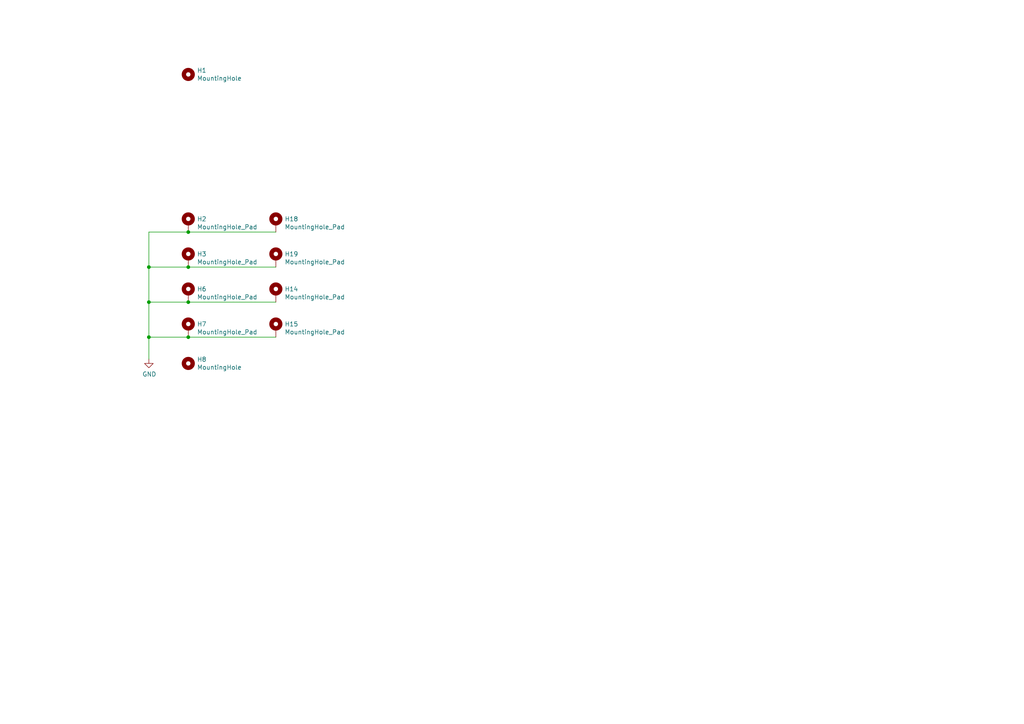
<source format=kicad_sch>
(kicad_sch (version 20231120) (generator "eeschema") (generator_version "8.0")
  (paper "A4")
  (lib_symbols
    (symbol "Mechanical:MountingHole" (pin_names (offset 1.016))
      (property "Reference" "H" (at 0 5.08 0))
      (property "Value" "MountingHole" (at 0 3.175 0))
      (symbol "MountingHole_0_1"
        (circle (center 0 0) (radius 1.27) (stroke (width 1.27)))
      )
    )
    (symbol "Mechanical:MountingHole_Pad" (pin_numbers hide) (pin_names (offset 1.016) hide)
      (property "Reference" "H" (at 0 6.35 0))
      (property "Value" "MountingHole_Pad" (at 0 4.445 0))
      (symbol "MountingHole_Pad_0_1"
        (circle (center 0 1.27) (radius 1.27) (stroke (width 1.27)))
      )
      (symbol "MountingHole_Pad_1_1"
        (pin input line (at 0 -2.54 90) (length 2.54) (name "1") (number "1"))
      )
    )
    (symbol "power:GND" (power) (pin_names (offset 0))
      (property "Value" "GND" (at 0 -3.81 0))
      (symbol "GND_0_1"
        (polyline (pts (xy 0 0) (xy 0 -1.27) (xy 1.27 -1.27) (xy 0 -2.54) (xy -1.27 -1.27) (xy 0 -1.27)))
      )
      (symbol "GND_1_1"
        (pin power_in line (at 0 0 270) (length 0) hide (name "GND") (number "1"))
      )
    )
  )
  (junction (at 54.61 87.63))
  (junction (at 43.18 97.79))
  (junction (at 54.61 97.79))
  (junction (at 43.18 87.63))
  (junction (at 54.61 67.31))
  (junction (at 54.61 77.47))
  (junction (at 43.18 77.47))
  (wire (pts (xy 80.01 67.31) (xy 54.61 67.31)))
  (wire (pts (xy 54.61 67.31) (xy 43.18 67.31)))
  (wire (pts (xy 80.01 87.63) (xy 54.61 87.63)))
  (wire (pts (xy 80.01 97.79) (xy 54.61 97.79)))
  (wire (pts (xy 43.18 97.79) (xy 43.18 87.63)))
  (wire (pts (xy 43.18 67.31) (xy 43.18 77.47)))
  (wire (pts (xy 43.18 104.14) (xy 43.18 97.79)))
  (wire (pts (xy 54.61 97.79) (xy 43.18 97.79)))
  (wire (pts (xy 54.61 87.63) (xy 43.18 87.63)))
  (wire (pts (xy 80.01 77.47) (xy 54.61 77.47)))
  (wire (pts (xy 54.61 77.47) (xy 43.18 77.47)))
  (wire (pts (xy 43.18 77.47) (xy 43.18 87.63)))
  (symbol (lib_id "Mechanical:MountingHole_Pad") (at 54.61 85.09 0) (unit 1)
    (property "Reference" "H6" (at 57.15 83.8454 0) (effects (justify left)))
    (property "Value" "MountingHole_Pad" (at 57.15 86.1568 0) (effects (justify left)))
    (property "Footprint" "footprints:Mount_Hole_Thonk" (effects (hide yes)))
  )
  (symbol (lib_id "Mechanical:MountingHole_Pad") (at 54.61 95.25 0) (unit 1)
    (property "Reference" "H7" (at 57.15 94.0054 0) (effects (justify left)))
    (property "Value" "MountingHole_Pad" (at 57.15 96.3168 0) (effects (justify left)))
    (property "Footprint" "footprints:Mount_Hole_Thonk" (effects (hide yes)))
  )
  (symbol (lib_id "Mechanical:MountingHole_Pad") (at 80.01 85.09 0) (unit 1)
    (property "Reference" "H14" (at 82.55 83.8454 0) (effects (justify left)))
    (property "Value" "MountingHole_Pad" (at 82.55 86.1568 0) (effects (justify left)))
    (property "Footprint" "footprints:Mount_Hole_Thonk" (effects (hide yes)))
  )
  (symbol (lib_id "Mechanical:MountingHole_Pad") (at 80.01 95.25 0) (unit 1)
    (property "Reference" "H15" (at 82.55 94.0054 0) (effects (justify left)))
    (property "Value" "MountingHole_Pad" (at 82.55 96.3168 0) (effects (justify left)))
    (property "Footprint" "footprints:Mount_Hole_Thonk" (effects (hide yes)))
  )
  (symbol (lib_id "Mechanical:MountingHole_Pad") (at 80.01 64.77 0) (unit 1)
    (property "Reference" "H18" (at 82.55 63.5254 0) (effects (justify left)))
    (property "Value" "MountingHole_Pad" (at 82.55 65.8368 0) (effects (justify left)))
    (property "Footprint" "footprints:Mount_Hole_Thonk" (effects (hide yes)))
  )
  (symbol (lib_id "Mechanical:MountingHole_Pad") (at 80.01 74.93 0) (unit 1)
    (property "Reference" "H19" (at 82.55 73.6854 0) (effects (justify left)))
    (property "Value" "MountingHole_Pad" (at 82.55 75.9968 0) (effects (justify left)))
    (property "Footprint" "footprints:Mount_Hole_Thonk" (effects (hide yes)))
  )
  (symbol (lib_id "power:GND") (at 43.18 104.14 0) (unit 1)
    (property "Reference" "#PWR0101" (effects (hide yes)))
    (property "Value" "GND" (at 43.307 108.5342 0))
  )
  (symbol (lib_id "Mechanical:MountingHole") (at 54.61 105.41 0) (unit 1)
    (property "Reference" "H8" (at 57.15 104.2416 0) (effects (justify left)))
    (property "Value" "MountingHole" (at 57.15 106.553 0) (effects (justify left)))
    (property "Footprint" "footprints:Mount_Hole_Euro_Rack" (effects (hide yes)))
  )
  (symbol (lib_id "Mechanical:MountingHole") (at 54.61 21.59 0) (unit 1)
    (property "Reference" "H1" (at 57.15 20.4216 0) (effects (justify left)))
    (property "Value" "MountingHole" (at 57.15 22.733 0) (effects (justify left)))
    (property "Footprint" "footprints:Mount_Hole_Euro_Rack" (effects (hide yes)))
  )
  (symbol (lib_id "Mechanical:MountingHole_Pad") (at 54.61 64.77 0) (unit 1)
    (property "Reference" "H2" (at 57.15 63.5254 0) (effects (justify left)))
    (property "Value" "MountingHole_Pad" (at 57.15 65.8368 0) (effects (justify left)))
    (property "Footprint" "footprints:Mount_Hole_Song_Huei" (effects (hide yes)))
  )
  (symbol (lib_id "Mechanical:MountingHole_Pad") (at 54.61 74.93 0) (unit 1)
    (property "Reference" "H3" (at 57.15 73.6854 0) (effects (justify left)))
    (property "Value" "MountingHole_Pad" (at 57.15 75.9968 0) (effects (justify left)))
    (property "Footprint" "footprints:Mount_Hole_Song_Huei" (effects (hide yes)))
  )
)
</source>
